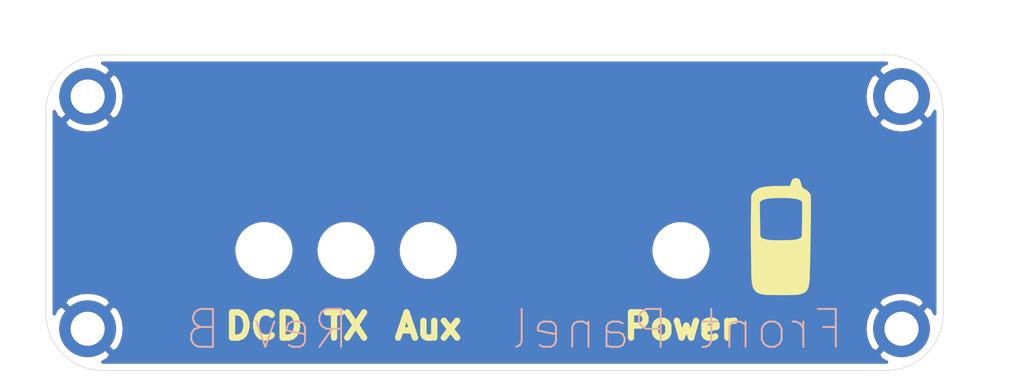
<source format=kicad_pcb>
(kicad_pcb (version 20171130) (host pcbnew 5.1.5-1.fc31)

  (general
    (thickness 1.6)
    (drawings 21)
    (tracks 0)
    (zones 0)
    (modules 9)
    (nets 2)
  )

  (page USLetter)
  (title_block
    (title "NucleoTNC Front Panel")
    (date 2020-05-05)
    (rev B)
    (company "Mobilinkd LLC")
    (comment 1 "67mm width")
  )

  (layers
    (0 F.Cu signal)
    (31 B.Cu signal)
    (32 B.Adhes user)
    (33 F.Adhes user)
    (34 B.Paste user)
    (35 F.Paste user)
    (36 B.SilkS user)
    (37 F.SilkS user)
    (38 B.Mask user)
    (39 F.Mask user)
    (40 Dwgs.User user hide)
    (41 Cmts.User user)
    (42 Eco1.User user)
    (43 Eco2.User user)
    (44 Edge.Cuts user)
    (45 Margin user)
    (46 B.CrtYd user)
    (47 F.CrtYd user)
    (48 B.Fab user)
    (49 F.Fab user)
  )

  (setup
    (last_trace_width 0.25)
    (trace_clearance 0.2)
    (zone_clearance 0.508)
    (zone_45_only no)
    (trace_min 0.2)
    (via_size 0.8)
    (via_drill 0.4)
    (via_min_size 0.4)
    (via_min_drill 0.3)
    (uvia_size 0.3)
    (uvia_drill 0.1)
    (uvias_allowed no)
    (uvia_min_size 0.2)
    (uvia_min_drill 0.1)
    (edge_width 0.05)
    (segment_width 0.2)
    (pcb_text_width 0.3)
    (pcb_text_size 1.5 1.5)
    (mod_edge_width 0.12)
    (mod_text_size 1 1)
    (mod_text_width 0.15)
    (pad_size 3.5 3.5)
    (pad_drill 3.5)
    (pad_to_mask_clearance 0.051)
    (solder_mask_min_width 0.25)
    (aux_axis_origin 0 0)
    (visible_elements FFFFFF7F)
    (pcbplotparams
      (layerselection 0x110f0_ffffffff)
      (usegerberextensions false)
      (usegerberattributes false)
      (usegerberadvancedattributes false)
      (creategerberjobfile false)
      (excludeedgelayer true)
      (linewidth 0.100000)
      (plotframeref false)
      (viasonmask false)
      (mode 1)
      (useauxorigin false)
      (hpglpennumber 1)
      (hpglpenspeed 20)
      (hpglpendiameter 15.000000)
      (psnegative false)
      (psa4output false)
      (plotreference true)
      (plotvalue true)
      (plotinvisibletext false)
      (padsonsilk false)
      (subtractmaskfromsilk false)
      (outputformat 1)
      (mirror false)
      (drillshape 0)
      (scaleselection 1)
      (outputdirectory "Gerbers/"))
  )

  (net 0 "")
  (net 1 GND)

  (net_class Default "This is the default net class."
    (clearance 0.2)
    (trace_width 0.25)
    (via_dia 0.8)
    (via_drill 0.4)
    (uvia_dia 0.3)
    (uvia_drill 0.1)
    (add_net GND)
  )

  (module KiCAD:LOGO locked (layer F.Cu) (tedit 5EB207A2) (tstamp 5E70D7A9)
    (at 159.5 87)
    (fp_text reference G1 (at 0 0) (layer F.SilkS) hide
      (effects (font (size 1.524 1.524) (thickness 0.3)))
    )
    (fp_text value LOGO (at 0.75 0) (layer F.SilkS) hide
      (effects (font (size 1.524 1.524) (thickness 0.3)))
    )
    (fp_poly (pts (xy -1.128129 0.328133) (xy -0.929701 0.328377) (xy -0.766328 0.328956) (xy -0.634369 0.330011)
      (xy -0.530184 0.331683) (xy -0.450135 0.334114) (xy -0.39058 0.337444) (xy -0.347881 0.341816)
      (xy -0.318399 0.347369) (xy -0.298492 0.354246) (xy -0.284522 0.362588) (xy -0.275222 0.370367)
      (xy -0.250931 0.392328) (xy -0.230275 0.413065) (xy -0.21294 0.436017) (xy -0.198612 0.464628)
      (xy -0.186977 0.502339) (xy -0.177723 0.552591) (xy -0.170536 0.618828) (xy -0.165103 0.704489)
      (xy -0.161109 0.813019) (xy -0.158242 0.947857) (xy -0.156187 1.112446) (xy -0.154633 1.310228)
      (xy -0.153264 1.544645) (xy -0.152317 1.719792) (xy -0.145884 2.899834) (xy -0.592666 2.899834)
      (xy -0.592666 0.846667) (xy -1.143 0.846667) (xy -1.143 2.899834) (xy -1.5875 2.899834)
      (xy -1.5875 0.846667) (xy -2.137833 0.846667) (xy -2.137833 2.899834) (xy -2.561166 2.899834)
      (xy -2.561166 1.713449) (xy -2.561152 1.452762) (xy -2.560929 1.230987) (xy -2.560229 1.044705)
      (xy -2.55878 0.890495) (xy -2.556314 0.764937) (xy -2.552561 0.664611) (xy -2.547251 0.586096)
      (xy -2.540115 0.525971) (xy -2.530883 0.480817) (xy -2.519285 0.447213) (xy -2.505052 0.421738)
      (xy -2.487913 0.400973) (xy -2.4676 0.381497) (xy -2.455278 0.370367) (xy -2.443431 0.360759)
      (xy -2.428545 0.352728) (xy -2.406979 0.346133) (xy -2.375094 0.340832) (xy -2.32925 0.336684)
      (xy -2.265808 0.333549) (xy -2.181128 0.331284) (xy -2.071569 0.32975) (xy -1.933493 0.328803)
      (xy -1.76326 0.328305) (xy -1.55723 0.328112) (xy -1.36525 0.328084) (xy -1.128129 0.328133)) (layer F.Mask) (width 0.01))
    (fp_poly (pts (xy 0.855647 -7.964331) (xy 1.343042 -7.93677) (xy 1.829713 -7.868134) (xy 2.312689 -7.75962)
      (xy 2.788997 -7.612429) (xy 3.255667 -7.427757) (xy 3.709727 -7.206804) (xy 4.148203 -6.950768)
      (xy 4.568126 -6.660848) (xy 4.966522 -6.33824) (xy 5.031907 -6.280222) (xy 5.387096 -5.933835)
      (xy 5.714402 -5.559783) (xy 6.012336 -5.161293) (xy 6.279406 -4.741595) (xy 6.514122 -4.303916)
      (xy 6.714993 -3.851486) (xy 6.880529 -3.387533) (xy 7.009238 -2.915286) (xy 7.099631 -2.437972)
      (xy 7.150216 -1.958821) (xy 7.160868 -1.669091) (xy 7.164917 -1.274433) (xy 7.099173 -1.192841)
      (xy 7.000314 -1.099331) (xy 6.886598 -1.042419) (xy 6.76375 -1.024227) (xy 6.675219 -1.035708)
      (xy 6.574128 -1.078979) (xy 6.483322 -1.151147) (xy 6.414495 -1.241077) (xy 6.384638 -1.312333)
      (xy 6.378547 -1.351142) (xy 6.370989 -1.423607) (xy 6.362722 -1.521107) (xy 6.354506 -1.635023)
      (xy 6.350141 -1.703916) (xy 6.339724 -1.847636) (xy 6.325509 -2.003193) (xy 6.3092 -2.153808)
      (xy 6.292503 -2.282704) (xy 6.28884 -2.307166) (xy 6.194346 -2.783007) (xy 6.061444 -3.243778)
      (xy 5.891901 -3.68772) (xy 5.687484 -4.113077) (xy 5.449959 -4.518093) (xy 5.181093 -4.901009)
      (xy 4.882653 -5.260069) (xy 4.556405 -5.593515) (xy 4.204117 -5.899592) (xy 3.827556 -6.17654)
      (xy 3.428487 -6.422604) (xy 3.008678 -6.636026) (xy 2.569895 -6.81505) (xy 2.113905 -6.957917)
      (xy 1.642476 -7.062871) (xy 1.480302 -7.089411) (xy 1.349159 -7.106746) (xy 1.193835 -7.123879)
      (xy 1.032451 -7.138989) (xy 0.883129 -7.150253) (xy 0.862616 -7.151515) (xy 0.711504 -7.162091)
      (xy 0.595461 -7.175106) (xy 0.507223 -7.192914) (xy 0.439524 -7.217868) (xy 0.3851 -7.252324)
      (xy 0.336687 -7.298634) (xy 0.309372 -7.330773) (xy 0.268604 -7.391479) (xy 0.246519 -7.457146)
      (xy 0.236994 -7.534479) (xy 0.245096 -7.670722) (xy 0.290229 -7.786949) (xy 0.37196 -7.882207)
      (xy 0.4066 -7.908679) (xy 0.494211 -7.96925) (xy 0.855647 -7.964331)) (layer F.Mask) (width 0.01))
    (fp_poly (pts (xy 0.875956 -5.923401) (xy 1.052938 -5.911379) (xy 1.242751 -5.889552) (xy 1.439801 -5.858221)
      (xy 1.638494 -5.817683) (xy 1.725084 -5.796986) (xy 2.143783 -5.670791) (xy 2.543426 -5.507362)
      (xy 2.922303 -5.308082) (xy 3.278704 -5.074334) (xy 3.610919 -4.807499) (xy 3.917237 -4.50896)
      (xy 4.195948 -4.180101) (xy 4.445343 -3.822303) (xy 4.66371 -3.436949) (xy 4.677062 -3.410434)
      (xy 4.81155 -3.106431) (xy 4.92582 -2.776988) (xy 5.017011 -2.433684) (xy 5.082263 -2.088101)
      (xy 5.118715 -1.751819) (xy 5.125154 -1.596394) (xy 5.126264 -1.483896) (xy 5.124163 -1.40338)
      (xy 5.117588 -1.34454) (xy 5.105273 -1.297069) (xy 5.085954 -1.250662) (xy 5.081599 -1.241553)
      (xy 5.01411 -1.147963) (xy 4.918908 -1.077765) (xy 4.806199 -1.035532) (xy 4.68619 -1.025834)
      (xy 4.622053 -1.035708) (xy 4.51857 -1.0808) (xy 4.426726 -1.15772) (xy 4.380461 -1.218764)
      (xy 4.360926 -1.257147) (xy 4.345279 -1.306308) (xy 4.332078 -1.37386) (xy 4.319882 -1.467414)
      (xy 4.307249 -1.594585) (xy 4.305386 -1.61526) (xy 4.289818 -1.781119) (xy 4.275127 -1.9152)
      (xy 4.259689 -2.027984) (xy 4.24188 -2.129953) (xy 4.220076 -2.231586) (xy 4.192653 -2.343367)
      (xy 4.192448 -2.344167) (xy 4.076867 -2.712395) (xy 3.924222 -3.063174) (xy 3.736959 -3.394176)
      (xy 3.517527 -3.703075) (xy 3.268372 -3.987545) (xy 2.991943 -4.24526) (xy 2.690687 -4.473893)
      (xy 2.367051 -4.671117) (xy 2.023483 -4.834607) (xy 1.662431 -4.962036) (xy 1.359136 -5.037163)
      (xy 1.247553 -5.056691) (xy 1.112096 -5.075903) (xy 0.971176 -5.092386) (xy 0.86172 -5.102382)
      (xy 0.71471 -5.11483) (xy 0.602813 -5.128081) (xy 0.518822 -5.144054) (xy 0.455531 -5.164665)
      (xy 0.405733 -5.191832) (xy 0.362221 -5.227472) (xy 0.351202 -5.238209) (xy 0.277425 -5.336858)
      (xy 0.240836 -5.450484) (xy 0.239226 -5.580318) (xy 0.268702 -5.701725) (xy 0.332015 -5.80077)
      (xy 0.408193 -5.867458) (xy 0.477922 -5.897647) (xy 0.582854 -5.916834) (xy 0.717396 -5.925319)
      (xy 0.875956 -5.923401)) (layer F.Mask) (width 0.01))
    (fp_poly (pts (xy 0.794979 -3.873329) (xy 0.836084 -3.870396) (xy 1.152095 -3.825419) (xy 1.455115 -3.740472)
      (xy 1.743249 -3.616435) (xy 2.014606 -3.454189) (xy 2.267292 -3.254616) (xy 2.371898 -3.155379)
      (xy 2.587208 -2.911713) (xy 2.764012 -2.650476) (xy 2.902443 -2.371395) (xy 3.002634 -2.074197)
      (xy 3.064716 -1.758609) (xy 3.070076 -1.71552) (xy 3.083837 -1.539148) (xy 3.079539 -1.397049)
      (xy 3.056791 -1.285027) (xy 3.022826 -1.2106) (xy 2.945099 -1.122744) (xy 2.842161 -1.060605)
      (xy 2.725524 -1.028831) (xy 2.606696 -1.032071) (xy 2.589915 -1.035736) (xy 2.490434 -1.06998)
      (xy 2.412583 -1.121514) (xy 2.353039 -1.195532) (xy 2.30848 -1.297224) (xy 2.275583 -1.431781)
      (xy 2.256682 -1.556465) (xy 2.239926 -1.670698) (xy 2.219179 -1.78359) (xy 2.197342 -1.880559)
      (xy 2.181077 -1.93675) (xy 2.075491 -2.180614) (xy 1.937136 -2.399846) (xy 1.769106 -2.591964)
      (xy 1.574498 -2.754487) (xy 1.356405 -2.884935) (xy 1.117923 -2.980825) (xy 0.862146 -3.039677)
      (xy 0.794394 -3.048474) (xy 0.700613 -3.05937) (xy 0.615814 -3.070264) (xy 0.553981 -3.079324)
      (xy 0.53975 -3.08184) (xy 0.428851 -3.122729) (xy 0.340725 -3.193007) (xy 0.277494 -3.285106)
      (xy 0.241282 -3.391459) (xy 0.234212 -3.504499) (xy 0.258408 -3.616659) (xy 0.315994 -3.720371)
      (xy 0.34981 -3.758757) (xy 0.413006 -3.813197) (xy 0.480423 -3.849878) (xy 0.560759 -3.870795)
      (xy 0.662711 -3.877947) (xy 0.794979 -3.873329)) (layer F.Mask) (width 0.01))
    (fp_poly (pts (xy -0.020434 -1.712979) (xy 0.07277 -1.671183) (xy 0.141089 -1.60933) (xy 0.151669 -1.593241)
      (xy 0.170656 -1.550801) (xy 0.19755 -1.47757) (xy 0.228887 -1.383533) (xy 0.261206 -1.278678)
      (xy 0.263765 -1.27) (xy 0.29954 -1.151911) (xy 0.330336 -1.066275) (xy 0.362268 -1.004692)
      (xy 0.40145 -0.958762) (xy 0.453997 -0.920082) (xy 0.526022 -0.880253) (xy 0.560041 -0.862933)
      (xy 0.726866 -0.760268) (xy 0.859432 -0.638937) (xy 0.955645 -0.50141) (xy 1.01341 -0.35016)
      (xy 1.01976 -0.320633) (xy 1.024182 -0.273887) (xy 1.027584 -0.187704) (xy 1.030014 -0.064966)
      (xy 1.031519 0.091443) (xy 1.032144 0.278643) (xy 1.031938 0.493749) (xy 1.030946 0.733878)
      (xy 1.029217 0.99615) (xy 1.026796 1.27768) (xy 1.023731 1.575586) (xy 1.020069 1.886986)
      (xy 1.015856 2.208996) (xy 1.011139 2.538735) (xy 1.005966 2.873319) (xy 1.000383 3.209866)
      (xy 0.994437 3.545493) (xy 0.988175 3.877318) (xy 0.981645 4.202458) (xy 0.974891 4.518031)
      (xy 0.967963 4.821153) (xy 0.960906 5.108942) (xy 0.953768 5.378515) (xy 0.946595 5.62699)
      (xy 0.939435 5.851484) (xy 0.932334 6.049115) (xy 0.925339 6.217) (xy 0.918497 6.352256)
      (xy 0.911855 6.452) (xy 0.909054 6.483431) (xy 0.877381 6.715727) (xy 0.830549 6.911384)
      (xy 0.765333 7.073513) (xy 0.678509 7.205221) (xy 0.566851 7.30962) (xy 0.427134 7.389818)
      (xy 0.256132 7.448925) (xy 0.050621 7.490051) (xy -0.159523 7.513687) (xy -0.240393 7.518357)
      (xy -0.35778 7.522317) (xy -0.505877 7.52557) (xy -0.678874 7.528119) (xy -0.870962 7.529965)
      (xy -1.076332 7.531111) (xy -1.289175 7.531559) (xy -1.503682 7.531313) (xy -1.714044 7.530375)
      (xy -1.914453 7.528747) (xy -2.099098 7.526432) (xy -2.262171 7.523432) (xy -2.397863 7.51975)
      (xy -2.500364 7.515388) (xy -2.541032 7.512655) (xy -2.785302 7.481965) (xy -2.993279 7.432742)
      (xy -3.167284 7.363808) (xy -3.309639 7.273981) (xy -3.422664 7.162083) (xy -3.50868 7.026933)
      (xy -3.512745 7.018654) (xy -3.55272 6.917169) (xy -3.591068 6.7852) (xy -3.624945 6.63458)
      (xy -3.651504 6.477142) (xy -3.660787 6.402917) (xy -3.666645 6.32817) (xy -3.672345 6.214365)
      (xy -3.677856 6.064777) (xy -3.683146 5.882681) (xy -3.688182 5.671352) (xy -3.692934 5.434066)
      (xy -3.697369 5.174096) (xy -3.701456 4.89472) (xy -3.705162 4.599211) (xy -3.708457 4.290844)
      (xy -3.711309 3.972896) (xy -3.713685 3.64864) (xy -3.715555 3.321352) (xy -3.716885 2.994306)
      (xy -3.717646 2.670779) (xy -3.717804 2.354046) (xy -3.717328 2.04738) (xy -3.716186 1.754058)
      (xy -3.714348 1.477354) (xy -3.71178 1.220543) (xy -3.711347 1.185334) (xy -3.698684 0.179917)
      (xy -3.012017 0.179917) (xy -2.997129 1.502834) (xy -2.993972 1.775254) (xy -2.991022 2.00856)
      (xy -2.98816 2.205969) (xy -2.985269 2.3707) (xy -2.982233 2.50597) (xy -2.978935 2.614997)
      (xy -2.975257 2.701) (xy -2.971082 2.767195) (xy -2.966294 2.8168) (xy -2.960776 2.853034)
      (xy -2.95441 2.879115) (xy -2.947079 2.89826) (xy -2.946328 2.899834) (xy -2.890501 2.969894)
      (xy -2.795189 3.030695) (xy -2.659958 3.082382) (xy -2.484372 3.125104) (xy -2.267998 3.159007)
      (xy -2.137833 3.173334) (xy -2.039208 3.180059) (xy -1.907944 3.184823) (xy -1.750813 3.187725)
      (xy -1.574589 3.188865) (xy -1.386045 3.188345) (xy -1.191951 3.186263) (xy -0.999082 3.18272)
      (xy -0.81421 3.177817) (xy -0.644107 3.171654) (xy -0.495546 3.16433) (xy -0.375299 3.155947)
      (xy -0.290139 3.146604) (xy -0.28575 3.145929) (xy -0.18497 3.129015) (xy -0.090216 3.111324)
      (xy -0.015689 3.095585) (xy 0.010584 3.089014) (xy 0.102144 3.055699) (xy 0.187294 3.011028)
      (xy 0.254976 2.961932) (xy 0.294137 2.915343) (xy 0.296601 2.909713) (xy 0.301422 2.876616)
      (xy 0.306065 2.806023) (xy 0.310492 2.702335) (xy 0.314665 2.569953) (xy 0.318546 2.413279)
      (xy 0.322098 2.236716) (xy 0.325283 2.044663) (xy 0.328062 1.841524) (xy 0.330399 1.631699)
      (xy 0.332255 1.41959) (xy 0.333593 1.209599) (xy 0.334374 1.006127) (xy 0.334561 0.813576)
      (xy 0.334116 0.636348) (xy 0.333001 0.478844) (xy 0.331179 0.345466) (xy 0.328611 0.240615)
      (xy 0.32526 0.168692) (xy 0.321088 0.134101) (xy 0.320462 0.132535) (xy 0.279152 0.086152)
      (xy 0.208189 0.036143) (xy 0.119 -0.01089) (xy 0.023011 -0.048348) (xy -0.008626 -0.057592)
      (xy -0.155849 -0.088721) (xy -0.338248 -0.11471) (xy -0.548967 -0.135457) (xy -0.781149 -0.150859)
      (xy -1.027938 -0.160813) (xy -1.282478 -0.165218) (xy -1.537911 -0.163969) (xy -1.787383 -0.156966)
      (xy -2.024036 -0.144105) (xy -2.241013 -0.125283) (xy -2.431459 -0.100398) (xy -2.467473 -0.094387)
      (xy -2.628138 -0.057816) (xy -2.767804 -0.008986) (xy -2.879433 0.049102) (xy -2.955989 0.113444)
      (xy -2.95681 0.114413) (xy -3.012017 0.179917) (xy -3.698684 0.179917) (xy -3.692018 -0.34925)
      (xy -3.64082 -0.455083) (xy -3.557051 -0.58597) (xy -3.438866 -0.709496) (xy -3.294182 -0.818359)
      (xy -3.174162 -0.885451) (xy -3.061905 -0.93476) (xy -2.942039 -0.976776) (xy -2.81047 -1.012021)
      (xy -2.663107 -1.041019) (xy -2.495855 -1.064294) (xy -2.304621 -1.082367) (xy -2.085312 -1.095763)
      (xy -1.833835 -1.105004) (xy -1.546096 -1.110613) (xy -1.400563 -1.112117) (xy -1.224567 -1.113704)
      (xy -1.062414 -1.115526) (xy -0.918856 -1.117502) (xy -0.798643 -1.119552) (xy -0.706524 -1.121593)
      (xy -0.64725 -1.123546) (xy -0.625574 -1.125325) (xy -0.616903 -1.147123) (xy -0.598141 -1.200493)
      (xy -0.57229 -1.27675) (xy -0.549942 -1.344083) (xy -0.509746 -1.46173) (xy -0.476075 -1.546221)
      (xy -0.444255 -1.605223) (xy -0.40961 -1.646405) (xy -0.367466 -1.677435) (xy -0.336276 -1.694552)
      (xy -0.236266 -1.727012) (xy -0.127216 -1.732372) (xy -0.020434 -1.712979)) (layer F.SilkS) (width 0.01))
  )

  (module MountingHole:MountingHole_3.5mm (layer F.Cu) (tedit 5E70492B) (tstamp 5E704F93)
    (at 123.75 91)
    (descr "Mounting Hole 3.5mm, no annular")
    (tags "mounting hole 3.5mm no annular")
    (path /5E70D94E)
    (attr virtual)
    (fp_text reference H6 (at 0 -4.5) (layer Dwgs.User)
      (effects (font (size 1 1) (thickness 0.15)))
    )
    (fp_text value TX (at 0 6) (layer F.SilkS)
      (effects (font (size 2 2) (thickness 0.5)))
    )
    (fp_circle (center 0 0) (end 1.8 0) (layer F.CrtYd) (width 0.05))
    (fp_circle (center 0 0) (end 3.5 0) (layer Cmts.User) (width 0.15))
    (fp_text user %R (at 0.3 0) (layer F.Fab)
      (effects (font (size 1 1) (thickness 0.15)))
    )
    (pad 1 np_thru_hole circle (at 0 0) (size 3.5 3.5) (drill 3.5) (layers *.Cu *.Mask))
  )

  (module MountingHole:MountingHole_2.7mm_M2.5_ISO14580_Pad (layer F.Cu) (tedit 56D1B4CB) (tstamp 5E704F83)
    (at 167.7 97.2)
    (descr "Mounting Hole 2.7mm, M2.5, ISO14580")
    (tags "mounting hole 2.7mm m2.5 iso14580")
    (path /5E70C65D)
    (attr virtual)
    (fp_text reference H4 (at 0 -3.25) (layer F.Fab)
      (effects (font (size 1 1) (thickness 0.15)))
    )
    (fp_text value MountingHole_Pad (at 0 3.25) (layer F.Fab)
      (effects (font (size 1 1) (thickness 0.15)))
    )
    (fp_circle (center 0 0) (end 2.5 0) (layer F.CrtYd) (width 0.05))
    (fp_circle (center 0 0) (end 2.25 0) (layer Cmts.User) (width 0.15))
    (fp_text user %R (at 0.3 0) (layer F.Fab)
      (effects (font (size 1 1) (thickness 0.15)))
    )
    (pad 1 thru_hole circle (at 0 0) (size 4.5 4.5) (drill 2.7) (layers *.Cu *.Mask)
      (net 1 GND))
  )

  (module MountingHole:MountingHole_2.7mm_M2.5_ISO14580_Pad (layer F.Cu) (tedit 56D1B4CB) (tstamp 5E704F73)
    (at 103.3 97.2)
    (descr "Mounting Hole 2.7mm, M2.5, ISO14580")
    (tags "mounting hole 2.7mm m2.5 iso14580")
    (path /5E70C460)
    (attr virtual)
    (fp_text reference H3 (at 0 -3.25) (layer F.Fab)
      (effects (font (size 1 1) (thickness 0.15)))
    )
    (fp_text value MountingHole_Pad (at 0 3.25) (layer F.Fab)
      (effects (font (size 1 1) (thickness 0.15)))
    )
    (fp_circle (center 0 0) (end 2.5 0) (layer F.CrtYd) (width 0.05))
    (fp_circle (center 0 0) (end 2.25 0) (layer Cmts.User) (width 0.15))
    (fp_text user %R (at 0.3 0) (layer F.Fab)
      (effects (font (size 1 1) (thickness 0.15)))
    )
    (pad 1 thru_hole circle (at 0 0) (size 4.5 4.5) (drill 2.7) (layers *.Cu *.Mask)
      (net 1 GND))
  )

  (module MountingHole:MountingHole_2.7mm_M2.5_ISO14580_Pad (layer F.Cu) (tedit 56D1B4CB) (tstamp 5E704F63)
    (at 167.7 78.8)
    (descr "Mounting Hole 2.7mm, M2.5, ISO14580")
    (tags "mounting hole 2.7mm m2.5 iso14580")
    (path /5E70BFA6)
    (attr virtual)
    (fp_text reference H2 (at 0 -3.25) (layer F.Fab)
      (effects (font (size 1 1) (thickness 0.15)))
    )
    (fp_text value MountingHole_Pad (at 0 3.25) (layer F.Fab)
      (effects (font (size 1 1) (thickness 0.15)))
    )
    (fp_circle (center 0 0) (end 2.5 0) (layer F.CrtYd) (width 0.05))
    (fp_circle (center 0 0) (end 2.25 0) (layer Cmts.User) (width 0.15))
    (fp_text user %R (at 0.3 0) (layer F.Fab)
      (effects (font (size 1 1) (thickness 0.15)))
    )
    (pad 1 thru_hole circle (at 0 0) (size 4.5 4.5) (drill 2.7) (layers *.Cu *.Mask)
      (net 1 GND))
  )

  (module MountingHole:MountingHole_2.7mm_M2.5_ISO14580_Pad (layer F.Cu) (tedit 56D1B4CB) (tstamp 5E704F53)
    (at 103.3 78.8)
    (descr "Mounting Hole 2.7mm, M2.5, ISO14580")
    (tags "mounting hole 2.7mm m2.5 iso14580")
    (path /5E70BE26)
    (attr virtual)
    (fp_text reference H1 (at 0 -3.25) (layer F.Fab)
      (effects (font (size 1 1) (thickness 0.15)))
    )
    (fp_text value MountingHole_Pad (at 0 3.25) (layer F.Fab)
      (effects (font (size 1 1) (thickness 0.15)))
    )
    (fp_circle (center 0 0) (end 2.5 0) (layer F.CrtYd) (width 0.05))
    (fp_circle (center 0 0) (end 2.25 0) (layer Cmts.User) (width 0.15))
    (fp_text user %R (at 0.3 0) (layer F.Fab)
      (effects (font (size 1 1) (thickness 0.15)))
    )
    (pad 1 thru_hole circle (at 0 0) (size 4.5 4.5) (drill 2.7) (layers *.Cu *.Mask)
      (net 1 GND))
  )

  (module MountingHole:MountingHole_3.5mm (layer F.Cu) (tedit 56D1B4CB) (tstamp 5E704FA3)
    (at 130.25 91)
    (descr "Mounting Hole 3.5mm, no annular")
    (tags "mounting hole 3.5mm no annular")
    (path /5E70E096)
    (attr virtual)
    (fp_text reference H8 (at 0 -4.5) (layer Dwgs.User)
      (effects (font (size 1 1) (thickness 0.15)))
    )
    (fp_text value Aux (at 0 6) (layer F.SilkS)
      (effects (font (size 2 2) (thickness 0.5)))
    )
    (fp_circle (center 0 0) (end 3.75 0) (layer F.CrtYd) (width 0.05))
    (fp_circle (center 0 0) (end 3.5 0) (layer Cmts.User) (width 0.15))
    (fp_text user %R (at 0.3 0) (layer F.Fab)
      (effects (font (size 1 1) (thickness 0.15)))
    )
    (pad 1 np_thru_hole circle (at 0 0) (size 3.5 3.5) (drill 3.5) (layers *.Cu *.Mask))
  )

  (module MountingHole:MountingHole_3.5mm (layer F.Cu) (tedit 56D1B4CB) (tstamp 5E704F9B)
    (at 117.25 91)
    (descr "Mounting Hole 3.5mm, no annular")
    (tags "mounting hole 3.5mm no annular")
    (path /5E70DD54)
    (attr virtual)
    (fp_text reference H7 (at 0 -4.5) (layer Dwgs.User)
      (effects (font (size 1 1) (thickness 0.15)))
    )
    (fp_text value DCD (at 0 6) (layer F.SilkS)
      (effects (font (size 2 2) (thickness 0.5)))
    )
    (fp_circle (center 0 0) (end 3.75 0) (layer F.CrtYd) (width 0.05))
    (fp_circle (center 0 0) (end 3.5 0) (layer Cmts.User) (width 0.15))
    (fp_text user %R (at 0.3 0) (layer F.Fab)
      (effects (font (size 1 1) (thickness 0.15)))
    )
    (pad 1 np_thru_hole circle (at 0 0) (size 3.5 3.5) (drill 3.5) (layers *.Cu *.Mask))
  )

  (module MountingHole:MountingHole_3.5mm (layer F.Cu) (tedit 56D1B4CB) (tstamp 5E704F8B)
    (at 150.25 91)
    (descr "Mounting Hole 3.5mm, no annular")
    (tags "mounting hole 3.5mm no annular")
    (path /5E70D423)
    (attr virtual)
    (fp_text reference H5 (at 0 -4.5) (layer Dwgs.User)
      (effects (font (size 1 1) (thickness 0.15)))
    )
    (fp_text value Power (at 0 6) (layer F.SilkS)
      (effects (font (size 2 2) (thickness 0.5)))
    )
    (fp_circle (center 0 0) (end 3.75 0) (layer F.CrtYd) (width 0.05))
    (fp_circle (center 0 0) (end 3.5 0) (layer Cmts.User) (width 0.15))
    (fp_text user %R (at 0.3 0) (layer F.Fab)
      (effects (font (size 1 1) (thickness 0.15)))
    )
    (pad 1 np_thru_hole circle (at 0 0) (size 3.5 3.5) (drill 3.5) (layers *.Cu *.Mask))
  )

  (gr_text "Please place Production Code here on back silkscreen." (at 156 72) (layer B.Fab)
    (effects (font (size 1 1) (thickness 0.15)) (justify mirror))
  )
  (gr_line (start 154.5 76.5) (end 156.5 73) (layer B.Fab) (width 0.15))
  (gr_circle (center 153.5 77.75) (end 154.75 78.5) (layer B.Fab) (width 0.15))
  (dimension 7.75 (width 0.12) (layer Dwgs.User)
    (gr_text "7.750 mm" (at 91.73 96.625 270) (layer Dwgs.User)
      (effects (font (size 1 1) (thickness 0.15)))
    )
    (feature1 (pts (xy 130.25 100.5) (xy 92.413579 100.5)))
    (feature2 (pts (xy 130.25 92.75) (xy 92.413579 92.75)))
    (crossbar (pts (xy 93 92.75) (xy 93 100.5)))
    (arrow1a (pts (xy 93 100.5) (xy 92.413579 99.373496)))
    (arrow1b (pts (xy 93 100.5) (xy 93.586421 99.373496)))
    (arrow2a (pts (xy 93 92.75) (xy 92.413579 93.876504)))
    (arrow2b (pts (xy 93 92.75) (xy 93.586421 93.876504)))
  )
  (dimension 16.5 (width 0.15) (layer Dwgs.User)
    (gr_text "16.500 mm" (at 140.25 106.05) (layer Dwgs.User)
      (effects (font (size 1 1) (thickness 0.15)))
    )
    (feature1 (pts (xy 132 91) (xy 132 105.336421)))
    (feature2 (pts (xy 148.5 91) (xy 148.5 105.336421)))
    (crossbar (pts (xy 148.5 104.75) (xy 132 104.75)))
    (arrow1a (pts (xy 132 104.75) (xy 133.126504 104.163579)))
    (arrow1b (pts (xy 132 104.75) (xy 133.126504 105.336421)))
    (arrow2a (pts (xy 148.5 104.75) (xy 147.373496 104.163579)))
    (arrow2b (pts (xy 148.5 104.75) (xy 147.373496 105.336421)))
  )
  (dimension 19 (width 0.12) (layer Dwgs.User)
    (gr_text "19.000 mm" (at 161.5 106.02) (layer Dwgs.User)
      (effects (font (size 1 1) (thickness 0.15)))
    )
    (feature1 (pts (xy 171 91) (xy 171 105.336421)))
    (feature2 (pts (xy 152 91) (xy 152 105.336421)))
    (crossbar (pts (xy 152 104.75) (xy 171 104.75)))
    (arrow1a (pts (xy 171 104.75) (xy 169.873496 105.336421)))
    (arrow1b (pts (xy 171 104.75) (xy 169.873496 104.163579)))
    (arrow2a (pts (xy 152 104.75) (xy 153.126504 105.336421)))
    (arrow2b (pts (xy 152 104.75) (xy 153.126504 104.163579)))
  )
  (gr_text "Rev B" (at 117.5 97.25) (layer B.SilkS)
    (effects (font (size 3 3) (thickness 0.15)) (justify mirror))
  )
  (gr_text "Front Panel" (at 150 97.25) (layer B.SilkS)
    (effects (font (size 3 3) (thickness 0.15)) (justify mirror))
  )
  (gr_text www.mobilinkd.com (at 134.5 84.5) (layer F.Mask)
    (effects (font (size 1.5 2.7) (thickness 0.15)))
  )
  (gr_text NucleoTNC (at 134 80.5) (layer F.Mask)
    (effects (font (size 5 5) (thickness 0.3)))
  )
  (dimension 7.75 (width 0.15) (layer Dwgs.User)
    (gr_text "7.750 mm" (at 177.8 96.625 90) (layer Dwgs.User)
      (effects (font (size 1 1) (thickness 0.15)))
    )
    (feature1 (pts (xy 150.25 92.75) (xy 177.086421 92.75)))
    (feature2 (pts (xy 150.25 100.5) (xy 177.086421 100.5)))
    (crossbar (pts (xy 176.5 100.5) (xy 176.5 92.75)))
    (arrow1a (pts (xy 176.5 92.75) (xy 177.086421 93.876504)))
    (arrow1b (pts (xy 176.5 92.75) (xy 175.913579 93.876504)))
    (arrow2a (pts (xy 176.5 100.5) (xy 177.086421 99.373496)))
    (arrow2b (pts (xy 176.5 100.5) (xy 175.913579 99.373496)))
  )
  (dimension 71 (width 0.15) (layer Dwgs.User)
    (gr_text "71.000 mm" (at 135.5 64.7) (layer Dwgs.User)
      (effects (font (size 1 1) (thickness 0.15)))
    )
    (feature1 (pts (xy 100 89.5) (xy 100 65.413579)))
    (feature2 (pts (xy 171 89.5) (xy 171 65.413579)))
    (crossbar (pts (xy 171 66) (xy 100 66)))
    (arrow1a (pts (xy 100 66) (xy 101.126504 65.413579)))
    (arrow1b (pts (xy 100 66) (xy 101.126504 66.586421)))
    (arrow2a (pts (xy 171 66) (xy 169.873496 65.413579)))
    (arrow2b (pts (xy 171 66) (xy 169.873496 66.586421)))
  )
  (dimension 25.5 (width 0.15) (layer Dwgs.User)
    (gr_text "25.500 mm" (at 185.3 87.75 270) (layer Dwgs.User)
      (effects (font (size 1 1) (thickness 0.15)))
    )
    (feature1 (pts (xy 166.5 100.5) (xy 184.586421 100.5)))
    (feature2 (pts (xy 166.5 75) (xy 184.586421 75)))
    (crossbar (pts (xy 184 75) (xy 184 100.5)))
    (arrow1a (pts (xy 184 100.5) (xy 183.413579 99.373496)))
    (arrow1b (pts (xy 184 100.5) (xy 184.586421 99.373496)))
    (arrow2a (pts (xy 184 75) (xy 183.413579 76.126504)))
    (arrow2b (pts (xy 184 75) (xy 184.586421 76.126504)))
  )
  (gr_arc (start 166.5 96) (end 166.5 100.5) (angle -90) (layer Edge.Cuts) (width 0.05))
  (gr_arc (start 166.5 80) (end 171 80) (angle -90) (layer Edge.Cuts) (width 0.05))
  (gr_arc (start 104.5 80) (end 104.5 75.5) (angle -90) (layer Edge.Cuts) (width 0.05))
  (gr_arc (start 104.5 96) (end 100 96) (angle -90) (layer Edge.Cuts) (width 0.05))
  (gr_line (start 104.5 100.5) (end 166.5 100.5) (layer Edge.Cuts) (width 0.05) (tstamp 5E7050E0))
  (gr_line (start 104.5 75.5) (end 166.5 75.5) (layer Edge.Cuts) (width 0.05))
  (gr_line (start 171 80) (end 171 96) (layer Edge.Cuts) (width 0.05))
  (gr_line (start 100 80) (end 100 96) (layer Edge.Cuts) (width 0.05))

  (zone (net 1) (net_name GND) (layer F.Cu) (tstamp 5EB4B385) (hatch edge 0.508)
    (connect_pads (clearance 0.508))
    (min_thickness 0.254)
    (fill yes (arc_segments 32) (thermal_gap 0.508) (thermal_bridge_width 0.508))
    (polygon
      (pts
        (xy 171 100.5) (xy 100 100.5) (xy 100 75.5) (xy 171 75.5)
      )
    )
    (filled_polygon
      (pts
        (xy 166.509076 76.163863) (xy 166.100416 76.382296) (xy 165.854265 76.77466) (xy 167.7 78.620395) (xy 167.714143 78.606253)
        (xy 167.893748 78.785858) (xy 167.879605 78.8) (xy 169.72534 80.645735) (xy 170.117704 80.399584) (xy 170.339324 79.980383)
        (xy 170.34 80.008063) (xy 170.340001 95.968581) (xy 170.336137 96.009076) (xy 170.117704 95.600416) (xy 169.72534 95.354265)
        (xy 167.879605 97.2) (xy 167.893748 97.214143) (xy 167.714143 97.393748) (xy 167.7 97.379605) (xy 165.854265 99.22534)
        (xy 166.100416 99.617704) (xy 166.519617 99.839324) (xy 166.491937 99.84) (xy 104.531409 99.84) (xy 104.490924 99.836137)
        (xy 104.899584 99.617704) (xy 105.145735 99.22534) (xy 103.3 97.379605) (xy 103.285858 97.393748) (xy 103.106253 97.214143)
        (xy 103.120395 97.2) (xy 103.479605 97.2) (xy 105.32534 99.045735) (xy 105.717704 98.799584) (xy 105.983312 98.297178)
        (xy 106.145801 97.752607) (xy 106.196449 97.213199) (xy 164.801072 97.213199) (xy 164.859348 97.778498) (xy 165.02679 98.321566)
        (xy 165.282296 98.799584) (xy 165.67466 99.045735) (xy 167.520395 97.2) (xy 165.67466 95.354265) (xy 165.282296 95.600416)
        (xy 165.016688 96.102822) (xy 164.854199 96.647393) (xy 164.801072 97.213199) (xy 106.196449 97.213199) (xy 106.198928 97.186801)
        (xy 106.140652 96.621502) (xy 105.97321 96.078434) (xy 105.717704 95.600416) (xy 105.32534 95.354265) (xy 103.479605 97.2)
        (xy 103.120395 97.2) (xy 101.27466 95.354265) (xy 100.882296 95.600416) (xy 100.660676 96.019617) (xy 100.66 95.991937)
        (xy 100.66 95.17466) (xy 101.454265 95.17466) (xy 103.3 97.020395) (xy 105.145735 95.17466) (xy 165.854265 95.17466)
        (xy 167.7 97.020395) (xy 169.545735 95.17466) (xy 169.299584 94.782296) (xy 168.797178 94.516688) (xy 168.252607 94.354199)
        (xy 167.686801 94.301072) (xy 167.121502 94.359348) (xy 166.578434 94.52679) (xy 166.100416 94.782296) (xy 165.854265 95.17466)
        (xy 105.145735 95.17466) (xy 104.899584 94.782296) (xy 104.397178 94.516688) (xy 103.852607 94.354199) (xy 103.286801 94.301072)
        (xy 102.721502 94.359348) (xy 102.178434 94.52679) (xy 101.700416 94.782296) (xy 101.454265 95.17466) (xy 100.66 95.17466)
        (xy 100.66 90.765098) (xy 114.865 90.765098) (xy 114.865 91.234902) (xy 114.956654 91.695679) (xy 115.13644 92.129721)
        (xy 115.39745 92.520349) (xy 115.729651 92.85255) (xy 116.120279 93.11356) (xy 116.554321 93.293346) (xy 117.015098 93.385)
        (xy 117.484902 93.385) (xy 117.945679 93.293346) (xy 118.379721 93.11356) (xy 118.770349 92.85255) (xy 119.10255 92.520349)
        (xy 119.36356 92.129721) (xy 119.543346 91.695679) (xy 119.635 91.234902) (xy 119.635 90.765098) (xy 121.365 90.765098)
        (xy 121.365 91.234902) (xy 121.456654 91.695679) (xy 121.63644 92.129721) (xy 121.89745 92.520349) (xy 122.229651 92.85255)
        (xy 122.620279 93.11356) (xy 123.054321 93.293346) (xy 123.515098 93.385) (xy 123.984902 93.385) (xy 124.445679 93.293346)
        (xy 124.879721 93.11356) (xy 125.270349 92.85255) (xy 125.60255 92.520349) (xy 125.86356 92.129721) (xy 126.043346 91.695679)
        (xy 126.135 91.234902) (xy 126.135 90.765098) (xy 127.865 90.765098) (xy 127.865 91.234902) (xy 127.956654 91.695679)
        (xy 128.13644 92.129721) (xy 128.39745 92.520349) (xy 128.729651 92.85255) (xy 129.120279 93.11356) (xy 129.554321 93.293346)
        (xy 130.015098 93.385) (xy 130.484902 93.385) (xy 130.945679 93.293346) (xy 131.379721 93.11356) (xy 131.770349 92.85255)
        (xy 132.10255 92.520349) (xy 132.36356 92.129721) (xy 132.543346 91.695679) (xy 132.635 91.234902) (xy 132.635 90.765098)
        (xy 147.865 90.765098) (xy 147.865 91.234902) (xy 147.956654 91.695679) (xy 148.13644 92.129721) (xy 148.39745 92.520349)
        (xy 148.729651 92.85255) (xy 149.120279 93.11356) (xy 149.554321 93.293346) (xy 150.015098 93.385) (xy 150.484902 93.385)
        (xy 150.945679 93.293346) (xy 151.379721 93.11356) (xy 151.770349 92.85255) (xy 152.10255 92.520349) (xy 152.36356 92.129721)
        (xy 152.543346 91.695679) (xy 152.635 91.234902) (xy 152.635 90.765098) (xy 152.543346 90.304321) (xy 152.36356 89.870279)
        (xy 152.10255 89.479651) (xy 151.770349 89.14745) (xy 151.379721 88.88644) (xy 150.945679 88.706654) (xy 150.484902 88.615)
        (xy 150.015098 88.615) (xy 149.554321 88.706654) (xy 149.120279 88.88644) (xy 148.729651 89.14745) (xy 148.39745 89.479651)
        (xy 148.13644 89.870279) (xy 147.956654 90.304321) (xy 147.865 90.765098) (xy 132.635 90.765098) (xy 132.543346 90.304321)
        (xy 132.36356 89.870279) (xy 132.10255 89.479651) (xy 131.770349 89.14745) (xy 131.379721 88.88644) (xy 130.945679 88.706654)
        (xy 130.484902 88.615) (xy 130.015098 88.615) (xy 129.554321 88.706654) (xy 129.120279 88.88644) (xy 128.729651 89.14745)
        (xy 128.39745 89.479651) (xy 128.13644 89.870279) (xy 127.956654 90.304321) (xy 127.865 90.765098) (xy 126.135 90.765098)
        (xy 126.043346 90.304321) (xy 125.86356 89.870279) (xy 125.60255 89.479651) (xy 125.270349 89.14745) (xy 124.879721 88.88644)
        (xy 124.445679 88.706654) (xy 123.984902 88.615) (xy 123.515098 88.615) (xy 123.054321 88.706654) (xy 122.620279 88.88644)
        (xy 122.229651 89.14745) (xy 121.89745 89.479651) (xy 121.63644 89.870279) (xy 121.456654 90.304321) (xy 121.365 90.765098)
        (xy 119.635 90.765098) (xy 119.543346 90.304321) (xy 119.36356 89.870279) (xy 119.10255 89.479651) (xy 118.770349 89.14745)
        (xy 118.379721 88.88644) (xy 117.945679 88.706654) (xy 117.484902 88.615) (xy 117.015098 88.615) (xy 116.554321 88.706654)
        (xy 116.120279 88.88644) (xy 115.729651 89.14745) (xy 115.39745 89.479651) (xy 115.13644 89.870279) (xy 114.956654 90.304321)
        (xy 114.865 90.765098) (xy 100.66 90.765098) (xy 100.66 80.82534) (xy 101.454265 80.82534) (xy 101.700416 81.217704)
        (xy 102.202822 81.483312) (xy 102.747393 81.645801) (xy 103.313199 81.698928) (xy 103.878498 81.640652) (xy 104.421566 81.47321)
        (xy 104.899584 81.217704) (xy 105.145735 80.82534) (xy 165.854265 80.82534) (xy 166.100416 81.217704) (xy 166.602822 81.483312)
        (xy 167.147393 81.645801) (xy 167.713199 81.698928) (xy 168.278498 81.640652) (xy 168.821566 81.47321) (xy 169.299584 81.217704)
        (xy 169.545735 80.82534) (xy 167.7 78.979605) (xy 165.854265 80.82534) (xy 105.145735 80.82534) (xy 103.3 78.979605)
        (xy 101.454265 80.82534) (xy 100.66 80.82534) (xy 100.66 80.031409) (xy 100.663863 79.990924) (xy 100.882296 80.399584)
        (xy 101.27466 80.645735) (xy 103.120395 78.8) (xy 103.479605 78.8) (xy 105.32534 80.645735) (xy 105.717704 80.399584)
        (xy 105.983312 79.897178) (xy 106.145801 79.352607) (xy 106.196449 78.813199) (xy 164.801072 78.813199) (xy 164.859348 79.378498)
        (xy 165.02679 79.921566) (xy 165.282296 80.399584) (xy 165.67466 80.645735) (xy 167.520395 78.8) (xy 165.67466 76.954265)
        (xy 165.282296 77.200416) (xy 165.016688 77.702822) (xy 164.854199 78.247393) (xy 164.801072 78.813199) (xy 106.196449 78.813199)
        (xy 106.198928 78.786801) (xy 106.140652 78.221502) (xy 105.97321 77.678434) (xy 105.717704 77.200416) (xy 105.32534 76.954265)
        (xy 103.479605 78.8) (xy 103.120395 78.8) (xy 103.106253 78.785858) (xy 103.285858 78.606253) (xy 103.3 78.620395)
        (xy 105.145735 76.77466) (xy 104.899584 76.382296) (xy 104.480383 76.160676) (xy 104.508063 76.16) (xy 166.468591 76.16)
      )
    )
  )
  (zone (net 1) (net_name GND) (layer B.Cu) (tstamp 5EB4B382) (hatch edge 0.508)
    (connect_pads (clearance 0.508))
    (min_thickness 0.254)
    (fill yes (arc_segments 32) (thermal_gap 0.508) (thermal_bridge_width 0.508))
    (polygon
      (pts
        (xy 171 100.5) (xy 100 100.5) (xy 100 75.5) (xy 171 75.5)
      )
    )
    (filled_polygon
      (pts
        (xy 166.509076 76.163863) (xy 166.100416 76.382296) (xy 165.854265 76.77466) (xy 167.7 78.620395) (xy 167.714143 78.606253)
        (xy 167.893748 78.785858) (xy 167.879605 78.8) (xy 169.72534 80.645735) (xy 170.117704 80.399584) (xy 170.339324 79.980383)
        (xy 170.34 80.008063) (xy 170.340001 95.968581) (xy 170.336137 96.009076) (xy 170.117704 95.600416) (xy 169.72534 95.354265)
        (xy 167.879605 97.2) (xy 167.893748 97.214143) (xy 167.714143 97.393748) (xy 167.7 97.379605) (xy 165.854265 99.22534)
        (xy 166.100416 99.617704) (xy 166.519617 99.839324) (xy 166.491937 99.84) (xy 104.531409 99.84) (xy 104.490924 99.836137)
        (xy 104.899584 99.617704) (xy 105.145735 99.22534) (xy 103.3 97.379605) (xy 103.285858 97.393748) (xy 103.106253 97.214143)
        (xy 103.120395 97.2) (xy 103.479605 97.2) (xy 105.32534 99.045735) (xy 105.717704 98.799584) (xy 105.983312 98.297178)
        (xy 106.145801 97.752607) (xy 106.196449 97.213199) (xy 164.801072 97.213199) (xy 164.859348 97.778498) (xy 165.02679 98.321566)
        (xy 165.282296 98.799584) (xy 165.67466 99.045735) (xy 167.520395 97.2) (xy 165.67466 95.354265) (xy 165.282296 95.600416)
        (xy 165.016688 96.102822) (xy 164.854199 96.647393) (xy 164.801072 97.213199) (xy 106.196449 97.213199) (xy 106.198928 97.186801)
        (xy 106.140652 96.621502) (xy 105.97321 96.078434) (xy 105.717704 95.600416) (xy 105.32534 95.354265) (xy 103.479605 97.2)
        (xy 103.120395 97.2) (xy 101.27466 95.354265) (xy 100.882296 95.600416) (xy 100.660676 96.019617) (xy 100.66 95.991937)
        (xy 100.66 95.17466) (xy 101.454265 95.17466) (xy 103.3 97.020395) (xy 105.145735 95.17466) (xy 165.854265 95.17466)
        (xy 167.7 97.020395) (xy 169.545735 95.17466) (xy 169.299584 94.782296) (xy 168.797178 94.516688) (xy 168.252607 94.354199)
        (xy 167.686801 94.301072) (xy 167.121502 94.359348) (xy 166.578434 94.52679) (xy 166.100416 94.782296) (xy 165.854265 95.17466)
        (xy 105.145735 95.17466) (xy 104.899584 94.782296) (xy 104.397178 94.516688) (xy 103.852607 94.354199) (xy 103.286801 94.301072)
        (xy 102.721502 94.359348) (xy 102.178434 94.52679) (xy 101.700416 94.782296) (xy 101.454265 95.17466) (xy 100.66 95.17466)
        (xy 100.66 90.765098) (xy 114.865 90.765098) (xy 114.865 91.234902) (xy 114.956654 91.695679) (xy 115.13644 92.129721)
        (xy 115.39745 92.520349) (xy 115.729651 92.85255) (xy 116.120279 93.11356) (xy 116.554321 93.293346) (xy 117.015098 93.385)
        (xy 117.484902 93.385) (xy 117.945679 93.293346) (xy 118.379721 93.11356) (xy 118.770349 92.85255) (xy 119.10255 92.520349)
        (xy 119.36356 92.129721) (xy 119.543346 91.695679) (xy 119.635 91.234902) (xy 119.635 90.765098) (xy 121.365 90.765098)
        (xy 121.365 91.234902) (xy 121.456654 91.695679) (xy 121.63644 92.129721) (xy 121.89745 92.520349) (xy 122.229651 92.85255)
        (xy 122.620279 93.11356) (xy 123.054321 93.293346) (xy 123.515098 93.385) (xy 123.984902 93.385) (xy 124.445679 93.293346)
        (xy 124.879721 93.11356) (xy 125.270349 92.85255) (xy 125.60255 92.520349) (xy 125.86356 92.129721) (xy 126.043346 91.695679)
        (xy 126.135 91.234902) (xy 126.135 90.765098) (xy 127.865 90.765098) (xy 127.865 91.234902) (xy 127.956654 91.695679)
        (xy 128.13644 92.129721) (xy 128.39745 92.520349) (xy 128.729651 92.85255) (xy 129.120279 93.11356) (xy 129.554321 93.293346)
        (xy 130.015098 93.385) (xy 130.484902 93.385) (xy 130.945679 93.293346) (xy 131.379721 93.11356) (xy 131.770349 92.85255)
        (xy 132.10255 92.520349) (xy 132.36356 92.129721) (xy 132.543346 91.695679) (xy 132.635 91.234902) (xy 132.635 90.765098)
        (xy 147.865 90.765098) (xy 147.865 91.234902) (xy 147.956654 91.695679) (xy 148.13644 92.129721) (xy 148.39745 92.520349)
        (xy 148.729651 92.85255) (xy 149.120279 93.11356) (xy 149.554321 93.293346) (xy 150.015098 93.385) (xy 150.484902 93.385)
        (xy 150.945679 93.293346) (xy 151.379721 93.11356) (xy 151.770349 92.85255) (xy 152.10255 92.520349) (xy 152.36356 92.129721)
        (xy 152.543346 91.695679) (xy 152.635 91.234902) (xy 152.635 90.765098) (xy 152.543346 90.304321) (xy 152.36356 89.870279)
        (xy 152.10255 89.479651) (xy 151.770349 89.14745) (xy 151.379721 88.88644) (xy 150.945679 88.706654) (xy 150.484902 88.615)
        (xy 150.015098 88.615) (xy 149.554321 88.706654) (xy 149.120279 88.88644) (xy 148.729651 89.14745) (xy 148.39745 89.479651)
        (xy 148.13644 89.870279) (xy 147.956654 90.304321) (xy 147.865 90.765098) (xy 132.635 90.765098) (xy 132.543346 90.304321)
        (xy 132.36356 89.870279) (xy 132.10255 89.479651) (xy 131.770349 89.14745) (xy 131.379721 88.88644) (xy 130.945679 88.706654)
        (xy 130.484902 88.615) (xy 130.015098 88.615) (xy 129.554321 88.706654) (xy 129.120279 88.88644) (xy 128.729651 89.14745)
        (xy 128.39745 89.479651) (xy 128.13644 89.870279) (xy 127.956654 90.304321) (xy 127.865 90.765098) (xy 126.135 90.765098)
        (xy 126.043346 90.304321) (xy 125.86356 89.870279) (xy 125.60255 89.479651) (xy 125.270349 89.14745) (xy 124.879721 88.88644)
        (xy 124.445679 88.706654) (xy 123.984902 88.615) (xy 123.515098 88.615) (xy 123.054321 88.706654) (xy 122.620279 88.88644)
        (xy 122.229651 89.14745) (xy 121.89745 89.479651) (xy 121.63644 89.870279) (xy 121.456654 90.304321) (xy 121.365 90.765098)
        (xy 119.635 90.765098) (xy 119.543346 90.304321) (xy 119.36356 89.870279) (xy 119.10255 89.479651) (xy 118.770349 89.14745)
        (xy 118.379721 88.88644) (xy 117.945679 88.706654) (xy 117.484902 88.615) (xy 117.015098 88.615) (xy 116.554321 88.706654)
        (xy 116.120279 88.88644) (xy 115.729651 89.14745) (xy 115.39745 89.479651) (xy 115.13644 89.870279) (xy 114.956654 90.304321)
        (xy 114.865 90.765098) (xy 100.66 90.765098) (xy 100.66 80.82534) (xy 101.454265 80.82534) (xy 101.700416 81.217704)
        (xy 102.202822 81.483312) (xy 102.747393 81.645801) (xy 103.313199 81.698928) (xy 103.878498 81.640652) (xy 104.421566 81.47321)
        (xy 104.899584 81.217704) (xy 105.145735 80.82534) (xy 165.854265 80.82534) (xy 166.100416 81.217704) (xy 166.602822 81.483312)
        (xy 167.147393 81.645801) (xy 167.713199 81.698928) (xy 168.278498 81.640652) (xy 168.821566 81.47321) (xy 169.299584 81.217704)
        (xy 169.545735 80.82534) (xy 167.7 78.979605) (xy 165.854265 80.82534) (xy 105.145735 80.82534) (xy 103.3 78.979605)
        (xy 101.454265 80.82534) (xy 100.66 80.82534) (xy 100.66 80.031409) (xy 100.663863 79.990924) (xy 100.882296 80.399584)
        (xy 101.27466 80.645735) (xy 103.120395 78.8) (xy 103.479605 78.8) (xy 105.32534 80.645735) (xy 105.717704 80.399584)
        (xy 105.983312 79.897178) (xy 106.145801 79.352607) (xy 106.196449 78.813199) (xy 164.801072 78.813199) (xy 164.859348 79.378498)
        (xy 165.02679 79.921566) (xy 165.282296 80.399584) (xy 165.67466 80.645735) (xy 167.520395 78.8) (xy 165.67466 76.954265)
        (xy 165.282296 77.200416) (xy 165.016688 77.702822) (xy 164.854199 78.247393) (xy 164.801072 78.813199) (xy 106.196449 78.813199)
        (xy 106.198928 78.786801) (xy 106.140652 78.221502) (xy 105.97321 77.678434) (xy 105.717704 77.200416) (xy 105.32534 76.954265)
        (xy 103.479605 78.8) (xy 103.120395 78.8) (xy 103.106253 78.785858) (xy 103.285858 78.606253) (xy 103.3 78.620395)
        (xy 105.145735 76.77466) (xy 104.899584 76.382296) (xy 104.480383 76.160676) (xy 104.508063 76.16) (xy 166.468591 76.16)
      )
    )
  )
)

</source>
